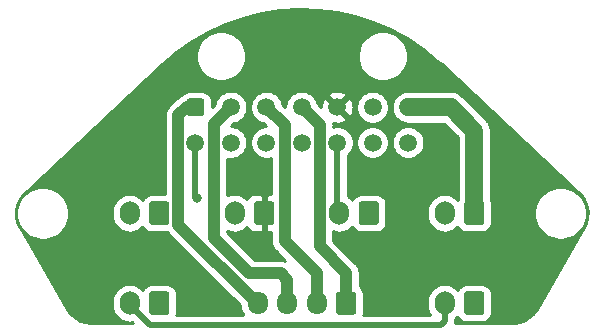
<source format=gbr>
G04 #@! TF.GenerationSoftware,KiCad,Pcbnew,(5.1.5)-3*
G04 #@! TF.CreationDate,2021-06-02T01:16:35-04:00*
G04 #@! TF.ProjectId,Toolhead_PCB,546f6f6c-6865-4616-945f-5043422e6b69,rev?*
G04 #@! TF.SameCoordinates,Original*
G04 #@! TF.FileFunction,Copper,L2,Bot*
G04 #@! TF.FilePolarity,Positive*
%FSLAX46Y46*%
G04 Gerber Fmt 4.6, Leading zero omitted, Abs format (unit mm)*
G04 Created by KiCad (PCBNEW (5.1.5)-3) date 2021-06-02 01:16:35*
%MOMM*%
%LPD*%
G04 APERTURE LIST*
%ADD10O,1.700000X2.000000*%
%ADD11C,0.100000*%
%ADD12C,1.500000*%
%ADD13O,1.700000X1.950000*%
%ADD14C,0.800000*%
%ADD15C,0.500000*%
%ADD16C,1.500000*%
%ADD17C,1.000000*%
%ADD18C,0.254000*%
G04 APERTURE END LIST*
D10*
X85435000Y-100000000D03*
G04 #@! TA.AperFunction,ComponentPad*
D11*
G36*
X88559504Y-99001204D02*
G01*
X88583773Y-99004804D01*
X88607571Y-99010765D01*
X88630671Y-99019030D01*
X88652849Y-99029520D01*
X88673893Y-99042133D01*
X88693598Y-99056747D01*
X88711777Y-99073223D01*
X88728253Y-99091402D01*
X88742867Y-99111107D01*
X88755480Y-99132151D01*
X88765970Y-99154329D01*
X88774235Y-99177429D01*
X88780196Y-99201227D01*
X88783796Y-99225496D01*
X88785000Y-99250000D01*
X88785000Y-100750000D01*
X88783796Y-100774504D01*
X88780196Y-100798773D01*
X88774235Y-100822571D01*
X88765970Y-100845671D01*
X88755480Y-100867849D01*
X88742867Y-100888893D01*
X88728253Y-100908598D01*
X88711777Y-100926777D01*
X88693598Y-100943253D01*
X88673893Y-100957867D01*
X88652849Y-100970480D01*
X88630671Y-100980970D01*
X88607571Y-100989235D01*
X88583773Y-100995196D01*
X88559504Y-100998796D01*
X88535000Y-101000000D01*
X87335000Y-101000000D01*
X87310496Y-100998796D01*
X87286227Y-100995196D01*
X87262429Y-100989235D01*
X87239329Y-100980970D01*
X87217151Y-100970480D01*
X87196107Y-100957867D01*
X87176402Y-100943253D01*
X87158223Y-100926777D01*
X87141747Y-100908598D01*
X87127133Y-100888893D01*
X87114520Y-100867849D01*
X87104030Y-100845671D01*
X87095765Y-100822571D01*
X87089804Y-100798773D01*
X87086204Y-100774504D01*
X87085000Y-100750000D01*
X87085000Y-99250000D01*
X87086204Y-99225496D01*
X87089804Y-99201227D01*
X87095765Y-99177429D01*
X87104030Y-99154329D01*
X87114520Y-99132151D01*
X87127133Y-99111107D01*
X87141747Y-99091402D01*
X87158223Y-99073223D01*
X87176402Y-99056747D01*
X87196107Y-99042133D01*
X87217151Y-99029520D01*
X87239329Y-99019030D01*
X87262429Y-99010765D01*
X87286227Y-99004804D01*
X87310496Y-99001204D01*
X87335000Y-99000000D01*
X88535000Y-99000000D01*
X88559504Y-99001204D01*
G37*
G04 #@! TD.AperFunction*
D10*
X103175000Y-100000000D03*
G04 #@! TA.AperFunction,ComponentPad*
D11*
G36*
X106299504Y-99001204D02*
G01*
X106323773Y-99004804D01*
X106347571Y-99010765D01*
X106370671Y-99019030D01*
X106392849Y-99029520D01*
X106413893Y-99042133D01*
X106433598Y-99056747D01*
X106451777Y-99073223D01*
X106468253Y-99091402D01*
X106482867Y-99111107D01*
X106495480Y-99132151D01*
X106505970Y-99154329D01*
X106514235Y-99177429D01*
X106520196Y-99201227D01*
X106523796Y-99225496D01*
X106525000Y-99250000D01*
X106525000Y-100750000D01*
X106523796Y-100774504D01*
X106520196Y-100798773D01*
X106514235Y-100822571D01*
X106505970Y-100845671D01*
X106495480Y-100867849D01*
X106482867Y-100888893D01*
X106468253Y-100908598D01*
X106451777Y-100926777D01*
X106433598Y-100943253D01*
X106413893Y-100957867D01*
X106392849Y-100970480D01*
X106370671Y-100980970D01*
X106347571Y-100989235D01*
X106323773Y-100995196D01*
X106299504Y-100998796D01*
X106275000Y-101000000D01*
X105075000Y-101000000D01*
X105050496Y-100998796D01*
X105026227Y-100995196D01*
X105002429Y-100989235D01*
X104979329Y-100980970D01*
X104957151Y-100970480D01*
X104936107Y-100957867D01*
X104916402Y-100943253D01*
X104898223Y-100926777D01*
X104881747Y-100908598D01*
X104867133Y-100888893D01*
X104854520Y-100867849D01*
X104844030Y-100845671D01*
X104835765Y-100822571D01*
X104829804Y-100798773D01*
X104826204Y-100774504D01*
X104825000Y-100750000D01*
X104825000Y-99250000D01*
X104826204Y-99225496D01*
X104829804Y-99201227D01*
X104835765Y-99177429D01*
X104844030Y-99154329D01*
X104854520Y-99132151D01*
X104867133Y-99111107D01*
X104881747Y-99091402D01*
X104898223Y-99073223D01*
X104916402Y-99056747D01*
X104936107Y-99042133D01*
X104957151Y-99029520D01*
X104979329Y-99019030D01*
X105002429Y-99010765D01*
X105026227Y-99004804D01*
X105050496Y-99001204D01*
X105075000Y-99000000D01*
X106275000Y-99000000D01*
X106299504Y-99001204D01*
G37*
G04 #@! TD.AperFunction*
D10*
X85435000Y-107620000D03*
G04 #@! TA.AperFunction,ComponentPad*
D11*
G36*
X88559504Y-106621204D02*
G01*
X88583773Y-106624804D01*
X88607571Y-106630765D01*
X88630671Y-106639030D01*
X88652849Y-106649520D01*
X88673893Y-106662133D01*
X88693598Y-106676747D01*
X88711777Y-106693223D01*
X88728253Y-106711402D01*
X88742867Y-106731107D01*
X88755480Y-106752151D01*
X88765970Y-106774329D01*
X88774235Y-106797429D01*
X88780196Y-106821227D01*
X88783796Y-106845496D01*
X88785000Y-106870000D01*
X88785000Y-108370000D01*
X88783796Y-108394504D01*
X88780196Y-108418773D01*
X88774235Y-108442571D01*
X88765970Y-108465671D01*
X88755480Y-108487849D01*
X88742867Y-108508893D01*
X88728253Y-108528598D01*
X88711777Y-108546777D01*
X88693598Y-108563253D01*
X88673893Y-108577867D01*
X88652849Y-108590480D01*
X88630671Y-108600970D01*
X88607571Y-108609235D01*
X88583773Y-108615196D01*
X88559504Y-108618796D01*
X88535000Y-108620000D01*
X87335000Y-108620000D01*
X87310496Y-108618796D01*
X87286227Y-108615196D01*
X87262429Y-108609235D01*
X87239329Y-108600970D01*
X87217151Y-108590480D01*
X87196107Y-108577867D01*
X87176402Y-108563253D01*
X87158223Y-108546777D01*
X87141747Y-108528598D01*
X87127133Y-108508893D01*
X87114520Y-108487849D01*
X87104030Y-108465671D01*
X87095765Y-108442571D01*
X87089804Y-108418773D01*
X87086204Y-108394504D01*
X87085000Y-108370000D01*
X87085000Y-106870000D01*
X87086204Y-106845496D01*
X87089804Y-106821227D01*
X87095765Y-106797429D01*
X87104030Y-106774329D01*
X87114520Y-106752151D01*
X87127133Y-106731107D01*
X87141747Y-106711402D01*
X87158223Y-106693223D01*
X87176402Y-106676747D01*
X87196107Y-106662133D01*
X87217151Y-106649520D01*
X87239329Y-106639030D01*
X87262429Y-106630765D01*
X87286227Y-106624804D01*
X87310496Y-106621204D01*
X87335000Y-106620000D01*
X88535000Y-106620000D01*
X88559504Y-106621204D01*
G37*
G04 #@! TD.AperFunction*
G04 #@! TA.AperFunction,ComponentPad*
G36*
X91524504Y-90281204D02*
G01*
X91548773Y-90284804D01*
X91572571Y-90290765D01*
X91595671Y-90299030D01*
X91617849Y-90309520D01*
X91638893Y-90322133D01*
X91658598Y-90336747D01*
X91676777Y-90353223D01*
X91693253Y-90371402D01*
X91707867Y-90391107D01*
X91720480Y-90412151D01*
X91730970Y-90434329D01*
X91739235Y-90457429D01*
X91745196Y-90481227D01*
X91748796Y-90505496D01*
X91750000Y-90530000D01*
X91750000Y-91530000D01*
X91748796Y-91554504D01*
X91745196Y-91578773D01*
X91739235Y-91602571D01*
X91730970Y-91625671D01*
X91720480Y-91647849D01*
X91707867Y-91668893D01*
X91693253Y-91688598D01*
X91676777Y-91706777D01*
X91658598Y-91723253D01*
X91638893Y-91737867D01*
X91617849Y-91750480D01*
X91595671Y-91760970D01*
X91572571Y-91769235D01*
X91548773Y-91775196D01*
X91524504Y-91778796D01*
X91500000Y-91780000D01*
X90500000Y-91780000D01*
X90475496Y-91778796D01*
X90451227Y-91775196D01*
X90427429Y-91769235D01*
X90404329Y-91760970D01*
X90382151Y-91750480D01*
X90361107Y-91737867D01*
X90341402Y-91723253D01*
X90323223Y-91706777D01*
X90306747Y-91688598D01*
X90292133Y-91668893D01*
X90279520Y-91647849D01*
X90269030Y-91625671D01*
X90260765Y-91602571D01*
X90254804Y-91578773D01*
X90251204Y-91554504D01*
X90250000Y-91530000D01*
X90250000Y-90530000D01*
X90251204Y-90505496D01*
X90254804Y-90481227D01*
X90260765Y-90457429D01*
X90269030Y-90434329D01*
X90279520Y-90412151D01*
X90292133Y-90391107D01*
X90306747Y-90371402D01*
X90323223Y-90353223D01*
X90341402Y-90336747D01*
X90361107Y-90322133D01*
X90382151Y-90309520D01*
X90404329Y-90299030D01*
X90427429Y-90290765D01*
X90451227Y-90284804D01*
X90475496Y-90281204D01*
X90500000Y-90280000D01*
X91500000Y-90280000D01*
X91524504Y-90281204D01*
G37*
G04 #@! TD.AperFunction*
D12*
X94000000Y-91030000D03*
X97000000Y-91030000D03*
X100000000Y-91030000D03*
X103000000Y-91030000D03*
X106000000Y-91030000D03*
X109000000Y-91030000D03*
X91000000Y-94030000D03*
X94000000Y-94030000D03*
X97000000Y-94030000D03*
X100000000Y-94030000D03*
X103000000Y-94030000D03*
X106000000Y-94030000D03*
X109000000Y-94030000D03*
D10*
X112105000Y-107620000D03*
G04 #@! TA.AperFunction,ComponentPad*
D11*
G36*
X115229504Y-106621204D02*
G01*
X115253773Y-106624804D01*
X115277571Y-106630765D01*
X115300671Y-106639030D01*
X115322849Y-106649520D01*
X115343893Y-106662133D01*
X115363598Y-106676747D01*
X115381777Y-106693223D01*
X115398253Y-106711402D01*
X115412867Y-106731107D01*
X115425480Y-106752151D01*
X115435970Y-106774329D01*
X115444235Y-106797429D01*
X115450196Y-106821227D01*
X115453796Y-106845496D01*
X115455000Y-106870000D01*
X115455000Y-108370000D01*
X115453796Y-108394504D01*
X115450196Y-108418773D01*
X115444235Y-108442571D01*
X115435970Y-108465671D01*
X115425480Y-108487849D01*
X115412867Y-108508893D01*
X115398253Y-108528598D01*
X115381777Y-108546777D01*
X115363598Y-108563253D01*
X115343893Y-108577867D01*
X115322849Y-108590480D01*
X115300671Y-108600970D01*
X115277571Y-108609235D01*
X115253773Y-108615196D01*
X115229504Y-108618796D01*
X115205000Y-108620000D01*
X114005000Y-108620000D01*
X113980496Y-108618796D01*
X113956227Y-108615196D01*
X113932429Y-108609235D01*
X113909329Y-108600970D01*
X113887151Y-108590480D01*
X113866107Y-108577867D01*
X113846402Y-108563253D01*
X113828223Y-108546777D01*
X113811747Y-108528598D01*
X113797133Y-108508893D01*
X113784520Y-108487849D01*
X113774030Y-108465671D01*
X113765765Y-108442571D01*
X113759804Y-108418773D01*
X113756204Y-108394504D01*
X113755000Y-108370000D01*
X113755000Y-106870000D01*
X113756204Y-106845496D01*
X113759804Y-106821227D01*
X113765765Y-106797429D01*
X113774030Y-106774329D01*
X113784520Y-106752151D01*
X113797133Y-106731107D01*
X113811747Y-106711402D01*
X113828223Y-106693223D01*
X113846402Y-106676747D01*
X113866107Y-106662133D01*
X113887151Y-106649520D01*
X113909329Y-106639030D01*
X113932429Y-106630765D01*
X113956227Y-106624804D01*
X113980496Y-106621204D01*
X114005000Y-106620000D01*
X115205000Y-106620000D01*
X115229504Y-106621204D01*
G37*
G04 #@! TD.AperFunction*
D10*
X94325000Y-100000000D03*
G04 #@! TA.AperFunction,ComponentPad*
D11*
G36*
X97449504Y-99001204D02*
G01*
X97473773Y-99004804D01*
X97497571Y-99010765D01*
X97520671Y-99019030D01*
X97542849Y-99029520D01*
X97563893Y-99042133D01*
X97583598Y-99056747D01*
X97601777Y-99073223D01*
X97618253Y-99091402D01*
X97632867Y-99111107D01*
X97645480Y-99132151D01*
X97655970Y-99154329D01*
X97664235Y-99177429D01*
X97670196Y-99201227D01*
X97673796Y-99225496D01*
X97675000Y-99250000D01*
X97675000Y-100750000D01*
X97673796Y-100774504D01*
X97670196Y-100798773D01*
X97664235Y-100822571D01*
X97655970Y-100845671D01*
X97645480Y-100867849D01*
X97632867Y-100888893D01*
X97618253Y-100908598D01*
X97601777Y-100926777D01*
X97583598Y-100943253D01*
X97563893Y-100957867D01*
X97542849Y-100970480D01*
X97520671Y-100980970D01*
X97497571Y-100989235D01*
X97473773Y-100995196D01*
X97449504Y-100998796D01*
X97425000Y-101000000D01*
X96225000Y-101000000D01*
X96200496Y-100998796D01*
X96176227Y-100995196D01*
X96152429Y-100989235D01*
X96129329Y-100980970D01*
X96107151Y-100970480D01*
X96086107Y-100957867D01*
X96066402Y-100943253D01*
X96048223Y-100926777D01*
X96031747Y-100908598D01*
X96017133Y-100888893D01*
X96004520Y-100867849D01*
X95994030Y-100845671D01*
X95985765Y-100822571D01*
X95979804Y-100798773D01*
X95976204Y-100774504D01*
X95975000Y-100750000D01*
X95975000Y-99250000D01*
X95976204Y-99225496D01*
X95979804Y-99201227D01*
X95985765Y-99177429D01*
X95994030Y-99154329D01*
X96004520Y-99132151D01*
X96017133Y-99111107D01*
X96031747Y-99091402D01*
X96048223Y-99073223D01*
X96066402Y-99056747D01*
X96086107Y-99042133D01*
X96107151Y-99029520D01*
X96129329Y-99019030D01*
X96152429Y-99010765D01*
X96176227Y-99004804D01*
X96200496Y-99001204D01*
X96225000Y-99000000D01*
X97425000Y-99000000D01*
X97449504Y-99001204D01*
G37*
G04 #@! TD.AperFunction*
D10*
X112105000Y-100000000D03*
G04 #@! TA.AperFunction,ComponentPad*
D11*
G36*
X115229504Y-99001204D02*
G01*
X115253773Y-99004804D01*
X115277571Y-99010765D01*
X115300671Y-99019030D01*
X115322849Y-99029520D01*
X115343893Y-99042133D01*
X115363598Y-99056747D01*
X115381777Y-99073223D01*
X115398253Y-99091402D01*
X115412867Y-99111107D01*
X115425480Y-99132151D01*
X115435970Y-99154329D01*
X115444235Y-99177429D01*
X115450196Y-99201227D01*
X115453796Y-99225496D01*
X115455000Y-99250000D01*
X115455000Y-100750000D01*
X115453796Y-100774504D01*
X115450196Y-100798773D01*
X115444235Y-100822571D01*
X115435970Y-100845671D01*
X115425480Y-100867849D01*
X115412867Y-100888893D01*
X115398253Y-100908598D01*
X115381777Y-100926777D01*
X115363598Y-100943253D01*
X115343893Y-100957867D01*
X115322849Y-100970480D01*
X115300671Y-100980970D01*
X115277571Y-100989235D01*
X115253773Y-100995196D01*
X115229504Y-100998796D01*
X115205000Y-101000000D01*
X114005000Y-101000000D01*
X113980496Y-100998796D01*
X113956227Y-100995196D01*
X113932429Y-100989235D01*
X113909329Y-100980970D01*
X113887151Y-100970480D01*
X113866107Y-100957867D01*
X113846402Y-100943253D01*
X113828223Y-100926777D01*
X113811747Y-100908598D01*
X113797133Y-100888893D01*
X113784520Y-100867849D01*
X113774030Y-100845671D01*
X113765765Y-100822571D01*
X113759804Y-100798773D01*
X113756204Y-100774504D01*
X113755000Y-100750000D01*
X113755000Y-99250000D01*
X113756204Y-99225496D01*
X113759804Y-99201227D01*
X113765765Y-99177429D01*
X113774030Y-99154329D01*
X113784520Y-99132151D01*
X113797133Y-99111107D01*
X113811747Y-99091402D01*
X113828223Y-99073223D01*
X113846402Y-99056747D01*
X113866107Y-99042133D01*
X113887151Y-99029520D01*
X113909329Y-99019030D01*
X113932429Y-99010765D01*
X113956227Y-99004804D01*
X113980496Y-99001204D01*
X114005000Y-99000000D01*
X115205000Y-99000000D01*
X115229504Y-99001204D01*
G37*
G04 #@! TD.AperFunction*
D13*
X96270000Y-107620000D03*
X98770000Y-107620000D03*
X101270000Y-107620000D03*
G04 #@! TA.AperFunction,ComponentPad*
D11*
G36*
X104394504Y-106646204D02*
G01*
X104418773Y-106649804D01*
X104442571Y-106655765D01*
X104465671Y-106664030D01*
X104487849Y-106674520D01*
X104508893Y-106687133D01*
X104528598Y-106701747D01*
X104546777Y-106718223D01*
X104563253Y-106736402D01*
X104577867Y-106756107D01*
X104590480Y-106777151D01*
X104600970Y-106799329D01*
X104609235Y-106822429D01*
X104615196Y-106846227D01*
X104618796Y-106870496D01*
X104620000Y-106895000D01*
X104620000Y-108345000D01*
X104618796Y-108369504D01*
X104615196Y-108393773D01*
X104609235Y-108417571D01*
X104600970Y-108440671D01*
X104590480Y-108462849D01*
X104577867Y-108483893D01*
X104563253Y-108503598D01*
X104546777Y-108521777D01*
X104528598Y-108538253D01*
X104508893Y-108552867D01*
X104487849Y-108565480D01*
X104465671Y-108575970D01*
X104442571Y-108584235D01*
X104418773Y-108590196D01*
X104394504Y-108593796D01*
X104370000Y-108595000D01*
X103170000Y-108595000D01*
X103145496Y-108593796D01*
X103121227Y-108590196D01*
X103097429Y-108584235D01*
X103074329Y-108575970D01*
X103052151Y-108565480D01*
X103031107Y-108552867D01*
X103011402Y-108538253D01*
X102993223Y-108521777D01*
X102976747Y-108503598D01*
X102962133Y-108483893D01*
X102949520Y-108462849D01*
X102939030Y-108440671D01*
X102930765Y-108417571D01*
X102924804Y-108393773D01*
X102921204Y-108369504D01*
X102920000Y-108345000D01*
X102920000Y-106895000D01*
X102921204Y-106870496D01*
X102924804Y-106846227D01*
X102930765Y-106822429D01*
X102939030Y-106799329D01*
X102949520Y-106777151D01*
X102962133Y-106756107D01*
X102976747Y-106736402D01*
X102993223Y-106718223D01*
X103011402Y-106701747D01*
X103031107Y-106687133D01*
X103052151Y-106674520D01*
X103074329Y-106664030D01*
X103097429Y-106655765D01*
X103121227Y-106649804D01*
X103145496Y-106646204D01*
X103170000Y-106645000D01*
X104370000Y-106645000D01*
X104394504Y-106646204D01*
G37*
G04 #@! TD.AperFunction*
D14*
X91110000Y-98730000D03*
D15*
X103000000Y-99825000D02*
X103175000Y-100000000D01*
X103000000Y-94030000D02*
X103000000Y-99825000D01*
X87139990Y-109474990D02*
X111750010Y-109474990D01*
X112105000Y-109120000D02*
X112105000Y-107620000D01*
X111750010Y-109474990D02*
X112105000Y-109120000D01*
X85435000Y-107770000D02*
X87139990Y-109474990D01*
X85435000Y-107620000D02*
X85435000Y-107770000D01*
X91000000Y-94030000D02*
X91000000Y-98620000D01*
X91000000Y-98620000D02*
X91110000Y-98730000D01*
D16*
X109000000Y-91030000D02*
X112620000Y-91030000D01*
X114605000Y-93015000D02*
X114605000Y-100000000D01*
X112620000Y-91030000D02*
X114605000Y-93015000D01*
D17*
X101549999Y-92579999D02*
X101549999Y-102819999D01*
X100000000Y-91030000D02*
X101549999Y-92579999D01*
X103770000Y-105040000D02*
X103770000Y-107620000D01*
X101549999Y-102819999D02*
X103770000Y-105040000D01*
X98549999Y-92579999D02*
X98549999Y-102359999D01*
X97000000Y-91030000D02*
X98549999Y-92579999D01*
X101270000Y-105080000D02*
X101270000Y-107620000D01*
X98549999Y-102359999D02*
X101270000Y-105080000D01*
X92549999Y-92480001D02*
X92549999Y-102074999D01*
X94000000Y-91030000D02*
X92549999Y-92480001D01*
X92549999Y-102074999D02*
X95555000Y-105080000D01*
X98770000Y-105645000D02*
X98770000Y-107620000D01*
X98205000Y-105080000D02*
X98770000Y-105645000D01*
X95555000Y-105080000D02*
X98205000Y-105080000D01*
X96190000Y-107620000D02*
X96270000Y-107620000D01*
X89549999Y-100979999D02*
X96190000Y-107620000D01*
X89549999Y-91730001D02*
X89549999Y-100979999D01*
X91000000Y-91030000D02*
X90250000Y-91030000D01*
X90250000Y-91030000D02*
X89549999Y-91730001D01*
D18*
G36*
X101362178Y-82764505D02*
G01*
X102948422Y-82964020D01*
X104509433Y-83309200D01*
X106031900Y-83797099D01*
X107502771Y-84423536D01*
X108909500Y-85183164D01*
X110240054Y-86069490D01*
X111492061Y-87082221D01*
X111835237Y-87395583D01*
X123461739Y-98306381D01*
X123778793Y-98668307D01*
X124002054Y-99054713D01*
X124146009Y-99477119D01*
X124205176Y-99919444D01*
X124177301Y-100364840D01*
X124062188Y-100801112D01*
X123888290Y-101170822D01*
X119879114Y-108114919D01*
X119599016Y-108506157D01*
X119273703Y-108811645D01*
X118895250Y-109048130D01*
X118478069Y-109206602D01*
X118015906Y-109284771D01*
X117866168Y-109290000D01*
X112977539Y-109290000D01*
X112978296Y-109282307D01*
X112990000Y-109163477D01*
X112990000Y-109163469D01*
X112994281Y-109120000D01*
X112990000Y-109076531D01*
X112990000Y-108964759D01*
X113160134Y-108825134D01*
X113212223Y-108761663D01*
X113266595Y-108863386D01*
X113377038Y-108997962D01*
X113511614Y-109108405D01*
X113665150Y-109190472D01*
X113831746Y-109241008D01*
X114005000Y-109258072D01*
X115205000Y-109258072D01*
X115378254Y-109241008D01*
X115544850Y-109190472D01*
X115698386Y-109108405D01*
X115832962Y-108997962D01*
X115943405Y-108863386D01*
X116025472Y-108709850D01*
X116076008Y-108543254D01*
X116093072Y-108370000D01*
X116093072Y-106870000D01*
X116076008Y-106696746D01*
X116025472Y-106530150D01*
X115943405Y-106376614D01*
X115832962Y-106242038D01*
X115698386Y-106131595D01*
X115544850Y-106049528D01*
X115378254Y-105998992D01*
X115205000Y-105981928D01*
X114005000Y-105981928D01*
X113831746Y-105998992D01*
X113665150Y-106049528D01*
X113511614Y-106131595D01*
X113377038Y-106242038D01*
X113266595Y-106376614D01*
X113212223Y-106478337D01*
X113160134Y-106414866D01*
X112934014Y-106229294D01*
X112676034Y-106091401D01*
X112396111Y-106006487D01*
X112105000Y-105977815D01*
X111813890Y-106006487D01*
X111533967Y-106091401D01*
X111275987Y-106229294D01*
X111049866Y-106414866D01*
X110864294Y-106640986D01*
X110726401Y-106898966D01*
X110641487Y-107178889D01*
X110620000Y-107397050D01*
X110620000Y-107842949D01*
X110641487Y-108061110D01*
X110726401Y-108341033D01*
X110859471Y-108589990D01*
X105219247Y-108589990D01*
X105241008Y-108518254D01*
X105258072Y-108345000D01*
X105258072Y-106895000D01*
X105241008Y-106721746D01*
X105190472Y-106555150D01*
X105108405Y-106401614D01*
X104997962Y-106267038D01*
X104905000Y-106190747D01*
X104905000Y-105095752D01*
X104910491Y-105040000D01*
X104888577Y-104817501D01*
X104823676Y-104603553D01*
X104718284Y-104406377D01*
X104611989Y-104276856D01*
X104611987Y-104276854D01*
X104576449Y-104233551D01*
X104533146Y-104198013D01*
X102684999Y-102349868D01*
X102684999Y-101553180D01*
X102883889Y-101613513D01*
X103175000Y-101642185D01*
X103466110Y-101613513D01*
X103746033Y-101528599D01*
X104004013Y-101390706D01*
X104230134Y-101205134D01*
X104282223Y-101141663D01*
X104336595Y-101243386D01*
X104447038Y-101377962D01*
X104581614Y-101488405D01*
X104735150Y-101570472D01*
X104901746Y-101621008D01*
X105075000Y-101638072D01*
X106275000Y-101638072D01*
X106448254Y-101621008D01*
X106614850Y-101570472D01*
X106768386Y-101488405D01*
X106902962Y-101377962D01*
X107013405Y-101243386D01*
X107095472Y-101089850D01*
X107146008Y-100923254D01*
X107163072Y-100750000D01*
X107163072Y-99250000D01*
X107146008Y-99076746D01*
X107095472Y-98910150D01*
X107013405Y-98756614D01*
X106902962Y-98622038D01*
X106768386Y-98511595D01*
X106614850Y-98429528D01*
X106448254Y-98378992D01*
X106275000Y-98361928D01*
X105075000Y-98361928D01*
X104901746Y-98378992D01*
X104735150Y-98429528D01*
X104581614Y-98511595D01*
X104447038Y-98622038D01*
X104336595Y-98756614D01*
X104282223Y-98858337D01*
X104230134Y-98794866D01*
X104004014Y-98609294D01*
X103885000Y-98545680D01*
X103885000Y-95103685D01*
X104075799Y-94912886D01*
X104227371Y-94686043D01*
X104331775Y-94433989D01*
X104385000Y-94166411D01*
X104385000Y-93893589D01*
X104615000Y-93893589D01*
X104615000Y-94166411D01*
X104668225Y-94433989D01*
X104772629Y-94686043D01*
X104924201Y-94912886D01*
X105117114Y-95105799D01*
X105343957Y-95257371D01*
X105596011Y-95361775D01*
X105863589Y-95415000D01*
X106136411Y-95415000D01*
X106403989Y-95361775D01*
X106656043Y-95257371D01*
X106882886Y-95105799D01*
X107075799Y-94912886D01*
X107227371Y-94686043D01*
X107331775Y-94433989D01*
X107385000Y-94166411D01*
X107385000Y-93893589D01*
X107615000Y-93893589D01*
X107615000Y-94166411D01*
X107668225Y-94433989D01*
X107772629Y-94686043D01*
X107924201Y-94912886D01*
X108117114Y-95105799D01*
X108343957Y-95257371D01*
X108596011Y-95361775D01*
X108863589Y-95415000D01*
X109136411Y-95415000D01*
X109403989Y-95361775D01*
X109656043Y-95257371D01*
X109882886Y-95105799D01*
X110075799Y-94912886D01*
X110227371Y-94686043D01*
X110331775Y-94433989D01*
X110385000Y-94166411D01*
X110385000Y-93893589D01*
X110331775Y-93626011D01*
X110227371Y-93373957D01*
X110075799Y-93147114D01*
X109882886Y-92954201D01*
X109656043Y-92802629D01*
X109403989Y-92698225D01*
X109136411Y-92645000D01*
X108863589Y-92645000D01*
X108596011Y-92698225D01*
X108343957Y-92802629D01*
X108117114Y-92954201D01*
X107924201Y-93147114D01*
X107772629Y-93373957D01*
X107668225Y-93626011D01*
X107615000Y-93893589D01*
X107385000Y-93893589D01*
X107331775Y-93626011D01*
X107227371Y-93373957D01*
X107075799Y-93147114D01*
X106882886Y-92954201D01*
X106656043Y-92802629D01*
X106403989Y-92698225D01*
X106136411Y-92645000D01*
X105863589Y-92645000D01*
X105596011Y-92698225D01*
X105343957Y-92802629D01*
X105117114Y-92954201D01*
X104924201Y-93147114D01*
X104772629Y-93373957D01*
X104668225Y-93626011D01*
X104615000Y-93893589D01*
X104385000Y-93893589D01*
X104331775Y-93626011D01*
X104227371Y-93373957D01*
X104075799Y-93147114D01*
X103882886Y-92954201D01*
X103656043Y-92802629D01*
X103403989Y-92698225D01*
X103136411Y-92645000D01*
X102863589Y-92645000D01*
X102684999Y-92680524D01*
X102684999Y-92635751D01*
X102690490Y-92579999D01*
X102670319Y-92375193D01*
X102799960Y-92407250D01*
X103072492Y-92419812D01*
X103342238Y-92378965D01*
X103598832Y-92286277D01*
X103711863Y-92225860D01*
X103777388Y-91986993D01*
X103000000Y-91209605D01*
X102985858Y-91223748D01*
X102806253Y-91044143D01*
X102820395Y-91030000D01*
X103179605Y-91030000D01*
X103956993Y-91807388D01*
X104195860Y-91741863D01*
X104311760Y-91494884D01*
X104377250Y-91230040D01*
X104389812Y-90957508D01*
X104380133Y-90893589D01*
X104615000Y-90893589D01*
X104615000Y-91166411D01*
X104668225Y-91433989D01*
X104772629Y-91686043D01*
X104924201Y-91912886D01*
X105117114Y-92105799D01*
X105343957Y-92257371D01*
X105596011Y-92361775D01*
X105863589Y-92415000D01*
X106136411Y-92415000D01*
X106403989Y-92361775D01*
X106656043Y-92257371D01*
X106882886Y-92105799D01*
X107075799Y-91912886D01*
X107227371Y-91686043D01*
X107331775Y-91433989D01*
X107385000Y-91166411D01*
X107385000Y-91030000D01*
X107608299Y-91030000D01*
X107615000Y-91098037D01*
X107615000Y-91166411D01*
X107628339Y-91233470D01*
X107635040Y-91301507D01*
X107654886Y-91366932D01*
X107668225Y-91433989D01*
X107694389Y-91497155D01*
X107714236Y-91562581D01*
X107746465Y-91622877D01*
X107772629Y-91686043D01*
X107810613Y-91742890D01*
X107842843Y-91803188D01*
X107886217Y-91856040D01*
X107924201Y-91912886D01*
X107972546Y-91961231D01*
X108015919Y-92014081D01*
X108068769Y-92057454D01*
X108117114Y-92105799D01*
X108173960Y-92143783D01*
X108226812Y-92187157D01*
X108287110Y-92219387D01*
X108343957Y-92257371D01*
X108407123Y-92283535D01*
X108467419Y-92315764D01*
X108532845Y-92335611D01*
X108596011Y-92361775D01*
X108663068Y-92375114D01*
X108728493Y-92394960D01*
X108796530Y-92401661D01*
X108863589Y-92415000D01*
X112046315Y-92415000D01*
X113220000Y-93588686D01*
X113220001Y-98843785D01*
X113212223Y-98858337D01*
X113160134Y-98794866D01*
X112934014Y-98609294D01*
X112676034Y-98471401D01*
X112396111Y-98386487D01*
X112105000Y-98357815D01*
X111813890Y-98386487D01*
X111533967Y-98471401D01*
X111275987Y-98609294D01*
X111049866Y-98794866D01*
X110864294Y-99020986D01*
X110726401Y-99278966D01*
X110641487Y-99558889D01*
X110620000Y-99777050D01*
X110620000Y-100222949D01*
X110641487Y-100441110D01*
X110726401Y-100721033D01*
X110864294Y-100979013D01*
X111049866Y-101205134D01*
X111275986Y-101390706D01*
X111533966Y-101528599D01*
X111813889Y-101613513D01*
X112105000Y-101642185D01*
X112396110Y-101613513D01*
X112676033Y-101528599D01*
X112934013Y-101390706D01*
X113160134Y-101205134D01*
X113212223Y-101141663D01*
X113266595Y-101243386D01*
X113377038Y-101377962D01*
X113511614Y-101488405D01*
X113665150Y-101570472D01*
X113831746Y-101621008D01*
X114005000Y-101638072D01*
X115205000Y-101638072D01*
X115378254Y-101621008D01*
X115544850Y-101570472D01*
X115698386Y-101488405D01*
X115832962Y-101377962D01*
X115943405Y-101243386D01*
X116025472Y-101089850D01*
X116076008Y-100923254D01*
X116093072Y-100750000D01*
X116093072Y-99779872D01*
X119685000Y-99779872D01*
X119685000Y-100220128D01*
X119770890Y-100651925D01*
X119939369Y-101058669D01*
X120183962Y-101424729D01*
X120495271Y-101736038D01*
X120861331Y-101980631D01*
X121268075Y-102149110D01*
X121699872Y-102235000D01*
X122140128Y-102235000D01*
X122571925Y-102149110D01*
X122978669Y-101980631D01*
X123344729Y-101736038D01*
X123656038Y-101424729D01*
X123900631Y-101058669D01*
X124069110Y-100651925D01*
X124155000Y-100220128D01*
X124155000Y-99779872D01*
X124069110Y-99348075D01*
X123900631Y-98941331D01*
X123656038Y-98575271D01*
X123344729Y-98263962D01*
X122978669Y-98019369D01*
X122571925Y-97850890D01*
X122140128Y-97765000D01*
X121699872Y-97765000D01*
X121268075Y-97850890D01*
X120861331Y-98019369D01*
X120495271Y-98263962D01*
X120183962Y-98575271D01*
X119939369Y-98941331D01*
X119770890Y-99348075D01*
X119685000Y-99779872D01*
X116093072Y-99779872D01*
X116093072Y-99250000D01*
X116076008Y-99076746D01*
X116025472Y-98910150D01*
X115990000Y-98843787D01*
X115990000Y-93083029D01*
X115996700Y-93015000D01*
X115990000Y-92946971D01*
X115990000Y-92946963D01*
X115969960Y-92743493D01*
X115940083Y-92645000D01*
X115890764Y-92482419D01*
X115859672Y-92424250D01*
X115762157Y-92241812D01*
X115700306Y-92166447D01*
X115632452Y-92083766D01*
X115632445Y-92083759D01*
X115589080Y-92030919D01*
X115536241Y-91987555D01*
X113647454Y-90098769D01*
X113604081Y-90045919D01*
X113393188Y-89872843D01*
X113152581Y-89744236D01*
X112891507Y-89665040D01*
X112688037Y-89645000D01*
X112688029Y-89645000D01*
X112620000Y-89638300D01*
X112551971Y-89645000D01*
X108863589Y-89645000D01*
X108796530Y-89658339D01*
X108728493Y-89665040D01*
X108663068Y-89684886D01*
X108596011Y-89698225D01*
X108532845Y-89724389D01*
X108467419Y-89744236D01*
X108407123Y-89776465D01*
X108343957Y-89802629D01*
X108287110Y-89840613D01*
X108226812Y-89872843D01*
X108173960Y-89916217D01*
X108117114Y-89954201D01*
X108068769Y-90002546D01*
X108015919Y-90045919D01*
X107972546Y-90098769D01*
X107924201Y-90147114D01*
X107886217Y-90203960D01*
X107842843Y-90256812D01*
X107810613Y-90317110D01*
X107772629Y-90373957D01*
X107746465Y-90437123D01*
X107714236Y-90497419D01*
X107694389Y-90562845D01*
X107668225Y-90626011D01*
X107654886Y-90693068D01*
X107635040Y-90758493D01*
X107628339Y-90826530D01*
X107615000Y-90893589D01*
X107615000Y-90961963D01*
X107608299Y-91030000D01*
X107385000Y-91030000D01*
X107385000Y-90893589D01*
X107331775Y-90626011D01*
X107227371Y-90373957D01*
X107075799Y-90147114D01*
X106882886Y-89954201D01*
X106656043Y-89802629D01*
X106403989Y-89698225D01*
X106136411Y-89645000D01*
X105863589Y-89645000D01*
X105596011Y-89698225D01*
X105343957Y-89802629D01*
X105117114Y-89954201D01*
X104924201Y-90147114D01*
X104772629Y-90373957D01*
X104668225Y-90626011D01*
X104615000Y-90893589D01*
X104380133Y-90893589D01*
X104348965Y-90687762D01*
X104256277Y-90431168D01*
X104195860Y-90318137D01*
X103956993Y-90252612D01*
X103179605Y-91030000D01*
X102820395Y-91030000D01*
X102043007Y-90252612D01*
X101804140Y-90318137D01*
X101688240Y-90565116D01*
X101622750Y-90829960D01*
X101613159Y-91038027D01*
X101364212Y-90789080D01*
X101331775Y-90626011D01*
X101227371Y-90373957D01*
X101075799Y-90147114D01*
X101001692Y-90073007D01*
X102222612Y-90073007D01*
X103000000Y-90850395D01*
X103777388Y-90073007D01*
X103711863Y-89834140D01*
X103464884Y-89718240D01*
X103200040Y-89652750D01*
X102927508Y-89640188D01*
X102657762Y-89681035D01*
X102401168Y-89773723D01*
X102288137Y-89834140D01*
X102222612Y-90073007D01*
X101001692Y-90073007D01*
X100882886Y-89954201D01*
X100656043Y-89802629D01*
X100403989Y-89698225D01*
X100136411Y-89645000D01*
X99863589Y-89645000D01*
X99596011Y-89698225D01*
X99343957Y-89802629D01*
X99117114Y-89954201D01*
X98924201Y-90147114D01*
X98772629Y-90373957D01*
X98668225Y-90626011D01*
X98615000Y-90893589D01*
X98615000Y-91039868D01*
X98364212Y-90789080D01*
X98331775Y-90626011D01*
X98227371Y-90373957D01*
X98075799Y-90147114D01*
X97882886Y-89954201D01*
X97656043Y-89802629D01*
X97403989Y-89698225D01*
X97136411Y-89645000D01*
X96863589Y-89645000D01*
X96596011Y-89698225D01*
X96343957Y-89802629D01*
X96117114Y-89954201D01*
X95924201Y-90147114D01*
X95772629Y-90373957D01*
X95668225Y-90626011D01*
X95615000Y-90893589D01*
X95615000Y-91166411D01*
X95668225Y-91433989D01*
X95772629Y-91686043D01*
X95924201Y-91912886D01*
X96117114Y-92105799D01*
X96343957Y-92257371D01*
X96596011Y-92361775D01*
X96759080Y-92394212D01*
X97009868Y-92645000D01*
X96863589Y-92645000D01*
X96596011Y-92698225D01*
X96343957Y-92802629D01*
X96117114Y-92954201D01*
X95924201Y-93147114D01*
X95772629Y-93373957D01*
X95668225Y-93626011D01*
X95615000Y-93893589D01*
X95615000Y-94166411D01*
X95668225Y-94433989D01*
X95772629Y-94686043D01*
X95924201Y-94912886D01*
X96117114Y-95105799D01*
X96343957Y-95257371D01*
X96596011Y-95361775D01*
X96863589Y-95415000D01*
X97136411Y-95415000D01*
X97403989Y-95361775D01*
X97414999Y-95357214D01*
X97415000Y-98363344D01*
X97110750Y-98365000D01*
X96952000Y-98523750D01*
X96952000Y-99873000D01*
X96972000Y-99873000D01*
X96972000Y-100127000D01*
X96952000Y-100127000D01*
X96952000Y-101476250D01*
X97110750Y-101635000D01*
X97415000Y-101636656D01*
X97415000Y-102304238D01*
X97409508Y-102359999D01*
X97431422Y-102582497D01*
X97496323Y-102796445D01*
X97496324Y-102796446D01*
X97601716Y-102993622D01*
X97743551Y-103166448D01*
X97786859Y-103201990D01*
X98598019Y-104013150D01*
X98427499Y-103961423D01*
X98260752Y-103945000D01*
X98260751Y-103945000D01*
X98205000Y-103939509D01*
X98149249Y-103945000D01*
X96025132Y-103945000D01*
X93684999Y-101604868D01*
X93684999Y-101491735D01*
X93753966Y-101528599D01*
X94033889Y-101613513D01*
X94325000Y-101642185D01*
X94616110Y-101613513D01*
X94896033Y-101528599D01*
X95154013Y-101390706D01*
X95374945Y-101209392D01*
X95385498Y-101244180D01*
X95444463Y-101354494D01*
X95523815Y-101451185D01*
X95620506Y-101530537D01*
X95730820Y-101589502D01*
X95850518Y-101625812D01*
X95975000Y-101638072D01*
X96539250Y-101635000D01*
X96698000Y-101476250D01*
X96698000Y-100127000D01*
X96678000Y-100127000D01*
X96678000Y-99873000D01*
X96698000Y-99873000D01*
X96698000Y-98523750D01*
X96539250Y-98365000D01*
X95975000Y-98361928D01*
X95850518Y-98374188D01*
X95730820Y-98410498D01*
X95620506Y-98469463D01*
X95523815Y-98548815D01*
X95444463Y-98645506D01*
X95385498Y-98755820D01*
X95374945Y-98790608D01*
X95154014Y-98609294D01*
X94896034Y-98471401D01*
X94616111Y-98386487D01*
X94325000Y-98357815D01*
X94033890Y-98386487D01*
X93753967Y-98471401D01*
X93684999Y-98508265D01*
X93684999Y-95379476D01*
X93863589Y-95415000D01*
X94136411Y-95415000D01*
X94403989Y-95361775D01*
X94656043Y-95257371D01*
X94882886Y-95105799D01*
X95075799Y-94912886D01*
X95227371Y-94686043D01*
X95331775Y-94433989D01*
X95385000Y-94166411D01*
X95385000Y-93893589D01*
X95331775Y-93626011D01*
X95227371Y-93373957D01*
X95075799Y-93147114D01*
X94882886Y-92954201D01*
X94656043Y-92802629D01*
X94403989Y-92698225D01*
X94136411Y-92645000D01*
X93990131Y-92645000D01*
X94240920Y-92394212D01*
X94403989Y-92361775D01*
X94656043Y-92257371D01*
X94882886Y-92105799D01*
X95075799Y-91912886D01*
X95227371Y-91686043D01*
X95331775Y-91433989D01*
X95385000Y-91166411D01*
X95385000Y-90893589D01*
X95331775Y-90626011D01*
X95227371Y-90373957D01*
X95075799Y-90147114D01*
X94882886Y-89954201D01*
X94656043Y-89802629D01*
X94403989Y-89698225D01*
X94136411Y-89645000D01*
X93863589Y-89645000D01*
X93596011Y-89698225D01*
X93343957Y-89802629D01*
X93117114Y-89954201D01*
X92924201Y-90147114D01*
X92772629Y-90373957D01*
X92668225Y-90626011D01*
X92635788Y-90789080D01*
X92388072Y-91036797D01*
X92388072Y-90530000D01*
X92371008Y-90356746D01*
X92320472Y-90190150D01*
X92238405Y-90036614D01*
X92127962Y-89902038D01*
X91993386Y-89791595D01*
X91839850Y-89709528D01*
X91673254Y-89658992D01*
X91500000Y-89641928D01*
X90500000Y-89641928D01*
X90326746Y-89658992D01*
X90160150Y-89709528D01*
X90006614Y-89791595D01*
X89872038Y-89902038D01*
X89809136Y-89978685D01*
X89616377Y-90081716D01*
X89443551Y-90223551D01*
X89408004Y-90266865D01*
X88786864Y-90888005D01*
X88743550Y-90923552D01*
X88601715Y-91096378D01*
X88518268Y-91252498D01*
X88496323Y-91293555D01*
X88431422Y-91507503D01*
X88409508Y-91730001D01*
X88414999Y-91785753D01*
X88415000Y-98361928D01*
X87335000Y-98361928D01*
X87161746Y-98378992D01*
X86995150Y-98429528D01*
X86841614Y-98511595D01*
X86707038Y-98622038D01*
X86596595Y-98756614D01*
X86542223Y-98858337D01*
X86490134Y-98794866D01*
X86264014Y-98609294D01*
X86006034Y-98471401D01*
X85726111Y-98386487D01*
X85435000Y-98357815D01*
X85143890Y-98386487D01*
X84863967Y-98471401D01*
X84605987Y-98609294D01*
X84379866Y-98794866D01*
X84194294Y-99020986D01*
X84056401Y-99278966D01*
X83971487Y-99558889D01*
X83950000Y-99777050D01*
X83950000Y-100222949D01*
X83971487Y-100441110D01*
X84056401Y-100721033D01*
X84194294Y-100979013D01*
X84379866Y-101205134D01*
X84605986Y-101390706D01*
X84863966Y-101528599D01*
X85143889Y-101613513D01*
X85435000Y-101642185D01*
X85726110Y-101613513D01*
X86006033Y-101528599D01*
X86264013Y-101390706D01*
X86490134Y-101205134D01*
X86542223Y-101141663D01*
X86596595Y-101243386D01*
X86707038Y-101377962D01*
X86841614Y-101488405D01*
X86995150Y-101570472D01*
X87161746Y-101621008D01*
X87335000Y-101638072D01*
X88535000Y-101638072D01*
X88615292Y-101630164D01*
X88743551Y-101786448D01*
X88786859Y-101821990D01*
X94785238Y-107820370D01*
X94806487Y-108036110D01*
X94891401Y-108316033D01*
X95029294Y-108574013D01*
X95042406Y-108589990D01*
X89391831Y-108589990D01*
X89406008Y-108543254D01*
X89423072Y-108370000D01*
X89423072Y-106870000D01*
X89406008Y-106696746D01*
X89355472Y-106530150D01*
X89273405Y-106376614D01*
X89162962Y-106242038D01*
X89028386Y-106131595D01*
X88874850Y-106049528D01*
X88708254Y-105998992D01*
X88535000Y-105981928D01*
X87335000Y-105981928D01*
X87161746Y-105998992D01*
X86995150Y-106049528D01*
X86841614Y-106131595D01*
X86707038Y-106242038D01*
X86596595Y-106376614D01*
X86542223Y-106478337D01*
X86490134Y-106414866D01*
X86264014Y-106229294D01*
X86006034Y-106091401D01*
X85726111Y-106006487D01*
X85435000Y-105977815D01*
X85143890Y-106006487D01*
X84863967Y-106091401D01*
X84605987Y-106229294D01*
X84379866Y-106414866D01*
X84194294Y-106640986D01*
X84056401Y-106898966D01*
X83971487Y-107178889D01*
X83950000Y-107397050D01*
X83950000Y-107842949D01*
X83971487Y-108061110D01*
X84056401Y-108341033D01*
X84194294Y-108599013D01*
X84379866Y-108825134D01*
X84605986Y-109010706D01*
X84863966Y-109148599D01*
X85143889Y-109233513D01*
X85435000Y-109262185D01*
X85654033Y-109240612D01*
X85703421Y-109290000D01*
X82156172Y-109290000D01*
X81677318Y-109243048D01*
X81250098Y-109114063D01*
X80856067Y-108904554D01*
X80510237Y-108622501D01*
X80211463Y-108261346D01*
X80132055Y-108134265D01*
X76114164Y-101175075D01*
X75915395Y-100736890D01*
X75813490Y-100302416D01*
X75797916Y-99856427D01*
X75810315Y-99779872D01*
X75845000Y-99779872D01*
X75845000Y-100220128D01*
X75930890Y-100651925D01*
X76099369Y-101058669D01*
X76343962Y-101424729D01*
X76655271Y-101736038D01*
X77021331Y-101980631D01*
X77428075Y-102149110D01*
X77859872Y-102235000D01*
X78300128Y-102235000D01*
X78731925Y-102149110D01*
X79138669Y-101980631D01*
X79504729Y-101736038D01*
X79816038Y-101424729D01*
X80060631Y-101058669D01*
X80229110Y-100651925D01*
X80315000Y-100220128D01*
X80315000Y-99779872D01*
X80229110Y-99348075D01*
X80060631Y-98941331D01*
X79816038Y-98575271D01*
X79504729Y-98263962D01*
X79138669Y-98019369D01*
X78731925Y-97850890D01*
X78300128Y-97765000D01*
X77859872Y-97765000D01*
X77428075Y-97850890D01*
X77021331Y-98019369D01*
X76655271Y-98263962D01*
X76343962Y-98575271D01*
X76099369Y-98941331D01*
X75930890Y-99348075D01*
X75845000Y-99779872D01*
X75810315Y-99779872D01*
X75869266Y-99415896D01*
X76024820Y-98997623D01*
X76261246Y-98613319D01*
X76534685Y-98309734D01*
X88156350Y-87403478D01*
X89213351Y-86499721D01*
X91025000Y-86499721D01*
X91025000Y-86920279D01*
X91107047Y-87332756D01*
X91267988Y-87721302D01*
X91501637Y-88070983D01*
X91799017Y-88368363D01*
X92148698Y-88602012D01*
X92537244Y-88762953D01*
X92949721Y-88845000D01*
X93370279Y-88845000D01*
X93782756Y-88762953D01*
X94171302Y-88602012D01*
X94520983Y-88368363D01*
X94818363Y-88070983D01*
X95052012Y-87721302D01*
X95212953Y-87332756D01*
X95295000Y-86920279D01*
X95295000Y-86499721D01*
X104725000Y-86499721D01*
X104725000Y-86920279D01*
X104807047Y-87332756D01*
X104967988Y-87721302D01*
X105201637Y-88070983D01*
X105499017Y-88368363D01*
X105848698Y-88602012D01*
X106237244Y-88762953D01*
X106649721Y-88845000D01*
X107070279Y-88845000D01*
X107482756Y-88762953D01*
X107871302Y-88602012D01*
X108220983Y-88368363D01*
X108518363Y-88070983D01*
X108752012Y-87721302D01*
X108912953Y-87332756D01*
X108995000Y-86920279D01*
X108995000Y-86499721D01*
X108912953Y-86087244D01*
X108752012Y-85698698D01*
X108518363Y-85349017D01*
X108220983Y-85051637D01*
X107871302Y-84817988D01*
X107482756Y-84657047D01*
X107070279Y-84575000D01*
X106649721Y-84575000D01*
X106237244Y-84657047D01*
X105848698Y-84817988D01*
X105499017Y-85051637D01*
X105201637Y-85349017D01*
X104967988Y-85698698D01*
X104807047Y-86087244D01*
X104725000Y-86499721D01*
X95295000Y-86499721D01*
X95212953Y-86087244D01*
X95052012Y-85698698D01*
X94818363Y-85349017D01*
X94520983Y-85051637D01*
X94171302Y-84817988D01*
X93782756Y-84657047D01*
X93370279Y-84575000D01*
X92949721Y-84575000D01*
X92537244Y-84657047D01*
X92148698Y-84817988D01*
X91799017Y-85051637D01*
X91501637Y-85349017D01*
X91267988Y-85698698D01*
X91107047Y-86087244D01*
X91025000Y-86499721D01*
X89213351Y-86499721D01*
X89383974Y-86353835D01*
X90689870Y-85431565D01*
X92075370Y-84633867D01*
X93528624Y-83967561D01*
X95037218Y-83438339D01*
X96588252Y-83050729D01*
X98168448Y-82808047D01*
X99764309Y-82712367D01*
X101362178Y-82764505D01*
G37*
X101362178Y-82764505D02*
X102948422Y-82964020D01*
X104509433Y-83309200D01*
X106031900Y-83797099D01*
X107502771Y-84423536D01*
X108909500Y-85183164D01*
X110240054Y-86069490D01*
X111492061Y-87082221D01*
X111835237Y-87395583D01*
X123461739Y-98306381D01*
X123778793Y-98668307D01*
X124002054Y-99054713D01*
X124146009Y-99477119D01*
X124205176Y-99919444D01*
X124177301Y-100364840D01*
X124062188Y-100801112D01*
X123888290Y-101170822D01*
X119879114Y-108114919D01*
X119599016Y-108506157D01*
X119273703Y-108811645D01*
X118895250Y-109048130D01*
X118478069Y-109206602D01*
X118015906Y-109284771D01*
X117866168Y-109290000D01*
X112977539Y-109290000D01*
X112978296Y-109282307D01*
X112990000Y-109163477D01*
X112990000Y-109163469D01*
X112994281Y-109120000D01*
X112990000Y-109076531D01*
X112990000Y-108964759D01*
X113160134Y-108825134D01*
X113212223Y-108761663D01*
X113266595Y-108863386D01*
X113377038Y-108997962D01*
X113511614Y-109108405D01*
X113665150Y-109190472D01*
X113831746Y-109241008D01*
X114005000Y-109258072D01*
X115205000Y-109258072D01*
X115378254Y-109241008D01*
X115544850Y-109190472D01*
X115698386Y-109108405D01*
X115832962Y-108997962D01*
X115943405Y-108863386D01*
X116025472Y-108709850D01*
X116076008Y-108543254D01*
X116093072Y-108370000D01*
X116093072Y-106870000D01*
X116076008Y-106696746D01*
X116025472Y-106530150D01*
X115943405Y-106376614D01*
X115832962Y-106242038D01*
X115698386Y-106131595D01*
X115544850Y-106049528D01*
X115378254Y-105998992D01*
X115205000Y-105981928D01*
X114005000Y-105981928D01*
X113831746Y-105998992D01*
X113665150Y-106049528D01*
X113511614Y-106131595D01*
X113377038Y-106242038D01*
X113266595Y-106376614D01*
X113212223Y-106478337D01*
X113160134Y-106414866D01*
X112934014Y-106229294D01*
X112676034Y-106091401D01*
X112396111Y-106006487D01*
X112105000Y-105977815D01*
X111813890Y-106006487D01*
X111533967Y-106091401D01*
X111275987Y-106229294D01*
X111049866Y-106414866D01*
X110864294Y-106640986D01*
X110726401Y-106898966D01*
X110641487Y-107178889D01*
X110620000Y-107397050D01*
X110620000Y-107842949D01*
X110641487Y-108061110D01*
X110726401Y-108341033D01*
X110859471Y-108589990D01*
X105219247Y-108589990D01*
X105241008Y-108518254D01*
X105258072Y-108345000D01*
X105258072Y-106895000D01*
X105241008Y-106721746D01*
X105190472Y-106555150D01*
X105108405Y-106401614D01*
X104997962Y-106267038D01*
X104905000Y-106190747D01*
X104905000Y-105095752D01*
X104910491Y-105040000D01*
X104888577Y-104817501D01*
X104823676Y-104603553D01*
X104718284Y-104406377D01*
X104611989Y-104276856D01*
X104611987Y-104276854D01*
X104576449Y-104233551D01*
X104533146Y-104198013D01*
X102684999Y-102349868D01*
X102684999Y-101553180D01*
X102883889Y-101613513D01*
X103175000Y-101642185D01*
X103466110Y-101613513D01*
X103746033Y-101528599D01*
X104004013Y-101390706D01*
X104230134Y-101205134D01*
X104282223Y-101141663D01*
X104336595Y-101243386D01*
X104447038Y-101377962D01*
X104581614Y-101488405D01*
X104735150Y-101570472D01*
X104901746Y-101621008D01*
X105075000Y-101638072D01*
X106275000Y-101638072D01*
X106448254Y-101621008D01*
X106614850Y-101570472D01*
X106768386Y-101488405D01*
X106902962Y-101377962D01*
X107013405Y-101243386D01*
X107095472Y-101089850D01*
X107146008Y-100923254D01*
X107163072Y-100750000D01*
X107163072Y-99250000D01*
X107146008Y-99076746D01*
X107095472Y-98910150D01*
X107013405Y-98756614D01*
X106902962Y-98622038D01*
X106768386Y-98511595D01*
X106614850Y-98429528D01*
X106448254Y-98378992D01*
X106275000Y-98361928D01*
X105075000Y-98361928D01*
X104901746Y-98378992D01*
X104735150Y-98429528D01*
X104581614Y-98511595D01*
X104447038Y-98622038D01*
X104336595Y-98756614D01*
X104282223Y-98858337D01*
X104230134Y-98794866D01*
X104004014Y-98609294D01*
X103885000Y-98545680D01*
X103885000Y-95103685D01*
X104075799Y-94912886D01*
X104227371Y-94686043D01*
X104331775Y-94433989D01*
X104385000Y-94166411D01*
X104385000Y-93893589D01*
X104615000Y-93893589D01*
X104615000Y-94166411D01*
X104668225Y-94433989D01*
X104772629Y-94686043D01*
X104924201Y-94912886D01*
X105117114Y-95105799D01*
X105343957Y-95257371D01*
X105596011Y-95361775D01*
X105863589Y-95415000D01*
X106136411Y-95415000D01*
X106403989Y-95361775D01*
X106656043Y-95257371D01*
X106882886Y-95105799D01*
X107075799Y-94912886D01*
X107227371Y-94686043D01*
X107331775Y-94433989D01*
X107385000Y-94166411D01*
X107385000Y-93893589D01*
X107615000Y-93893589D01*
X107615000Y-94166411D01*
X107668225Y-94433989D01*
X107772629Y-94686043D01*
X107924201Y-94912886D01*
X108117114Y-95105799D01*
X108343957Y-95257371D01*
X108596011Y-95361775D01*
X108863589Y-95415000D01*
X109136411Y-95415000D01*
X109403989Y-95361775D01*
X109656043Y-95257371D01*
X109882886Y-95105799D01*
X110075799Y-94912886D01*
X110227371Y-94686043D01*
X110331775Y-94433989D01*
X110385000Y-94166411D01*
X110385000Y-93893589D01*
X110331775Y-93626011D01*
X110227371Y-93373957D01*
X110075799Y-93147114D01*
X109882886Y-92954201D01*
X109656043Y-92802629D01*
X109403989Y-92698225D01*
X109136411Y-92645000D01*
X108863589Y-92645000D01*
X108596011Y-92698225D01*
X108343957Y-92802629D01*
X108117114Y-92954201D01*
X107924201Y-93147114D01*
X107772629Y-93373957D01*
X107668225Y-93626011D01*
X107615000Y-93893589D01*
X107385000Y-93893589D01*
X107331775Y-93626011D01*
X107227371Y-93373957D01*
X107075799Y-93147114D01*
X106882886Y-92954201D01*
X106656043Y-92802629D01*
X106403989Y-92698225D01*
X106136411Y-92645000D01*
X105863589Y-92645000D01*
X105596011Y-92698225D01*
X105343957Y-92802629D01*
X105117114Y-92954201D01*
X104924201Y-93147114D01*
X104772629Y-93373957D01*
X104668225Y-93626011D01*
X104615000Y-93893589D01*
X104385000Y-93893589D01*
X104331775Y-93626011D01*
X104227371Y-93373957D01*
X104075799Y-93147114D01*
X103882886Y-92954201D01*
X103656043Y-92802629D01*
X103403989Y-92698225D01*
X103136411Y-92645000D01*
X102863589Y-92645000D01*
X102684999Y-92680524D01*
X102684999Y-92635751D01*
X102690490Y-92579999D01*
X102670319Y-92375193D01*
X102799960Y-92407250D01*
X103072492Y-92419812D01*
X103342238Y-92378965D01*
X103598832Y-92286277D01*
X103711863Y-92225860D01*
X103777388Y-91986993D01*
X103000000Y-91209605D01*
X102985858Y-91223748D01*
X102806253Y-91044143D01*
X102820395Y-91030000D01*
X103179605Y-91030000D01*
X103956993Y-91807388D01*
X104195860Y-91741863D01*
X104311760Y-91494884D01*
X104377250Y-91230040D01*
X104389812Y-90957508D01*
X104380133Y-90893589D01*
X104615000Y-90893589D01*
X104615000Y-91166411D01*
X104668225Y-91433989D01*
X104772629Y-91686043D01*
X104924201Y-91912886D01*
X105117114Y-92105799D01*
X105343957Y-92257371D01*
X105596011Y-92361775D01*
X105863589Y-92415000D01*
X106136411Y-92415000D01*
X106403989Y-92361775D01*
X106656043Y-92257371D01*
X106882886Y-92105799D01*
X107075799Y-91912886D01*
X107227371Y-91686043D01*
X107331775Y-91433989D01*
X107385000Y-91166411D01*
X107385000Y-91030000D01*
X107608299Y-91030000D01*
X107615000Y-91098037D01*
X107615000Y-91166411D01*
X107628339Y-91233470D01*
X107635040Y-91301507D01*
X107654886Y-91366932D01*
X107668225Y-91433989D01*
X107694389Y-91497155D01*
X107714236Y-91562581D01*
X107746465Y-91622877D01*
X107772629Y-91686043D01*
X107810613Y-91742890D01*
X107842843Y-91803188D01*
X107886217Y-91856040D01*
X107924201Y-91912886D01*
X107972546Y-91961231D01*
X108015919Y-92014081D01*
X108068769Y-92057454D01*
X108117114Y-92105799D01*
X108173960Y-92143783D01*
X108226812Y-92187157D01*
X108287110Y-92219387D01*
X108343957Y-92257371D01*
X108407123Y-92283535D01*
X108467419Y-92315764D01*
X108532845Y-92335611D01*
X108596011Y-92361775D01*
X108663068Y-92375114D01*
X108728493Y-92394960D01*
X108796530Y-92401661D01*
X108863589Y-92415000D01*
X112046315Y-92415000D01*
X113220000Y-93588686D01*
X113220001Y-98843785D01*
X113212223Y-98858337D01*
X113160134Y-98794866D01*
X112934014Y-98609294D01*
X112676034Y-98471401D01*
X112396111Y-98386487D01*
X112105000Y-98357815D01*
X111813890Y-98386487D01*
X111533967Y-98471401D01*
X111275987Y-98609294D01*
X111049866Y-98794866D01*
X110864294Y-99020986D01*
X110726401Y-99278966D01*
X110641487Y-99558889D01*
X110620000Y-99777050D01*
X110620000Y-100222949D01*
X110641487Y-100441110D01*
X110726401Y-100721033D01*
X110864294Y-100979013D01*
X111049866Y-101205134D01*
X111275986Y-101390706D01*
X111533966Y-101528599D01*
X111813889Y-101613513D01*
X112105000Y-101642185D01*
X112396110Y-101613513D01*
X112676033Y-101528599D01*
X112934013Y-101390706D01*
X113160134Y-101205134D01*
X113212223Y-101141663D01*
X113266595Y-101243386D01*
X113377038Y-101377962D01*
X113511614Y-101488405D01*
X113665150Y-101570472D01*
X113831746Y-101621008D01*
X114005000Y-101638072D01*
X115205000Y-101638072D01*
X115378254Y-101621008D01*
X115544850Y-101570472D01*
X115698386Y-101488405D01*
X115832962Y-101377962D01*
X115943405Y-101243386D01*
X116025472Y-101089850D01*
X116076008Y-100923254D01*
X116093072Y-100750000D01*
X116093072Y-99779872D01*
X119685000Y-99779872D01*
X119685000Y-100220128D01*
X119770890Y-100651925D01*
X119939369Y-101058669D01*
X120183962Y-101424729D01*
X120495271Y-101736038D01*
X120861331Y-101980631D01*
X121268075Y-102149110D01*
X121699872Y-102235000D01*
X122140128Y-102235000D01*
X122571925Y-102149110D01*
X122978669Y-101980631D01*
X123344729Y-101736038D01*
X123656038Y-101424729D01*
X123900631Y-101058669D01*
X124069110Y-100651925D01*
X124155000Y-100220128D01*
X124155000Y-99779872D01*
X124069110Y-99348075D01*
X123900631Y-98941331D01*
X123656038Y-98575271D01*
X123344729Y-98263962D01*
X122978669Y-98019369D01*
X122571925Y-97850890D01*
X122140128Y-97765000D01*
X121699872Y-97765000D01*
X121268075Y-97850890D01*
X120861331Y-98019369D01*
X120495271Y-98263962D01*
X120183962Y-98575271D01*
X119939369Y-98941331D01*
X119770890Y-99348075D01*
X119685000Y-99779872D01*
X116093072Y-99779872D01*
X116093072Y-99250000D01*
X116076008Y-99076746D01*
X116025472Y-98910150D01*
X115990000Y-98843787D01*
X115990000Y-93083029D01*
X115996700Y-93015000D01*
X115990000Y-92946971D01*
X115990000Y-92946963D01*
X115969960Y-92743493D01*
X115940083Y-92645000D01*
X115890764Y-92482419D01*
X115859672Y-92424250D01*
X115762157Y-92241812D01*
X115700306Y-92166447D01*
X115632452Y-92083766D01*
X115632445Y-92083759D01*
X115589080Y-92030919D01*
X115536241Y-91987555D01*
X113647454Y-90098769D01*
X113604081Y-90045919D01*
X113393188Y-89872843D01*
X113152581Y-89744236D01*
X112891507Y-89665040D01*
X112688037Y-89645000D01*
X112688029Y-89645000D01*
X112620000Y-89638300D01*
X112551971Y-89645000D01*
X108863589Y-89645000D01*
X108796530Y-89658339D01*
X108728493Y-89665040D01*
X108663068Y-89684886D01*
X108596011Y-89698225D01*
X108532845Y-89724389D01*
X108467419Y-89744236D01*
X108407123Y-89776465D01*
X108343957Y-89802629D01*
X108287110Y-89840613D01*
X108226812Y-89872843D01*
X108173960Y-89916217D01*
X108117114Y-89954201D01*
X108068769Y-90002546D01*
X108015919Y-90045919D01*
X107972546Y-90098769D01*
X107924201Y-90147114D01*
X107886217Y-90203960D01*
X107842843Y-90256812D01*
X107810613Y-90317110D01*
X107772629Y-90373957D01*
X107746465Y-90437123D01*
X107714236Y-90497419D01*
X107694389Y-90562845D01*
X107668225Y-90626011D01*
X107654886Y-90693068D01*
X107635040Y-90758493D01*
X107628339Y-90826530D01*
X107615000Y-90893589D01*
X107615000Y-90961963D01*
X107608299Y-91030000D01*
X107385000Y-91030000D01*
X107385000Y-90893589D01*
X107331775Y-90626011D01*
X107227371Y-90373957D01*
X107075799Y-90147114D01*
X106882886Y-89954201D01*
X106656043Y-89802629D01*
X106403989Y-89698225D01*
X106136411Y-89645000D01*
X105863589Y-89645000D01*
X105596011Y-89698225D01*
X105343957Y-89802629D01*
X105117114Y-89954201D01*
X104924201Y-90147114D01*
X104772629Y-90373957D01*
X104668225Y-90626011D01*
X104615000Y-90893589D01*
X104380133Y-90893589D01*
X104348965Y-90687762D01*
X104256277Y-90431168D01*
X104195860Y-90318137D01*
X103956993Y-90252612D01*
X103179605Y-91030000D01*
X102820395Y-91030000D01*
X102043007Y-90252612D01*
X101804140Y-90318137D01*
X101688240Y-90565116D01*
X101622750Y-90829960D01*
X101613159Y-91038027D01*
X101364212Y-90789080D01*
X101331775Y-90626011D01*
X101227371Y-90373957D01*
X101075799Y-90147114D01*
X101001692Y-90073007D01*
X102222612Y-90073007D01*
X103000000Y-90850395D01*
X103777388Y-90073007D01*
X103711863Y-89834140D01*
X103464884Y-89718240D01*
X103200040Y-89652750D01*
X102927508Y-89640188D01*
X102657762Y-89681035D01*
X102401168Y-89773723D01*
X102288137Y-89834140D01*
X102222612Y-90073007D01*
X101001692Y-90073007D01*
X100882886Y-89954201D01*
X100656043Y-89802629D01*
X100403989Y-89698225D01*
X100136411Y-89645000D01*
X99863589Y-89645000D01*
X99596011Y-89698225D01*
X99343957Y-89802629D01*
X99117114Y-89954201D01*
X98924201Y-90147114D01*
X98772629Y-90373957D01*
X98668225Y-90626011D01*
X98615000Y-90893589D01*
X98615000Y-91039868D01*
X98364212Y-90789080D01*
X98331775Y-90626011D01*
X98227371Y-90373957D01*
X98075799Y-90147114D01*
X97882886Y-89954201D01*
X97656043Y-89802629D01*
X97403989Y-89698225D01*
X97136411Y-89645000D01*
X96863589Y-89645000D01*
X96596011Y-89698225D01*
X96343957Y-89802629D01*
X96117114Y-89954201D01*
X95924201Y-90147114D01*
X95772629Y-90373957D01*
X95668225Y-90626011D01*
X95615000Y-90893589D01*
X95615000Y-91166411D01*
X95668225Y-91433989D01*
X95772629Y-91686043D01*
X95924201Y-91912886D01*
X96117114Y-92105799D01*
X96343957Y-92257371D01*
X96596011Y-92361775D01*
X96759080Y-92394212D01*
X97009868Y-92645000D01*
X96863589Y-92645000D01*
X96596011Y-92698225D01*
X96343957Y-92802629D01*
X96117114Y-92954201D01*
X95924201Y-93147114D01*
X95772629Y-93373957D01*
X95668225Y-93626011D01*
X95615000Y-93893589D01*
X95615000Y-94166411D01*
X95668225Y-94433989D01*
X95772629Y-94686043D01*
X95924201Y-94912886D01*
X96117114Y-95105799D01*
X96343957Y-95257371D01*
X96596011Y-95361775D01*
X96863589Y-95415000D01*
X97136411Y-95415000D01*
X97403989Y-95361775D01*
X97414999Y-95357214D01*
X97415000Y-98363344D01*
X97110750Y-98365000D01*
X96952000Y-98523750D01*
X96952000Y-99873000D01*
X96972000Y-99873000D01*
X96972000Y-100127000D01*
X96952000Y-100127000D01*
X96952000Y-101476250D01*
X97110750Y-101635000D01*
X97415000Y-101636656D01*
X97415000Y-102304238D01*
X97409508Y-102359999D01*
X97431422Y-102582497D01*
X97496323Y-102796445D01*
X97496324Y-102796446D01*
X97601716Y-102993622D01*
X97743551Y-103166448D01*
X97786859Y-103201990D01*
X98598019Y-104013150D01*
X98427499Y-103961423D01*
X98260752Y-103945000D01*
X98260751Y-103945000D01*
X98205000Y-103939509D01*
X98149249Y-103945000D01*
X96025132Y-103945000D01*
X93684999Y-101604868D01*
X93684999Y-101491735D01*
X93753966Y-101528599D01*
X94033889Y-101613513D01*
X94325000Y-101642185D01*
X94616110Y-101613513D01*
X94896033Y-101528599D01*
X95154013Y-101390706D01*
X95374945Y-101209392D01*
X95385498Y-101244180D01*
X95444463Y-101354494D01*
X95523815Y-101451185D01*
X95620506Y-101530537D01*
X95730820Y-101589502D01*
X95850518Y-101625812D01*
X95975000Y-101638072D01*
X96539250Y-101635000D01*
X96698000Y-101476250D01*
X96698000Y-100127000D01*
X96678000Y-100127000D01*
X96678000Y-99873000D01*
X96698000Y-99873000D01*
X96698000Y-98523750D01*
X96539250Y-98365000D01*
X95975000Y-98361928D01*
X95850518Y-98374188D01*
X95730820Y-98410498D01*
X95620506Y-98469463D01*
X95523815Y-98548815D01*
X95444463Y-98645506D01*
X95385498Y-98755820D01*
X95374945Y-98790608D01*
X95154014Y-98609294D01*
X94896034Y-98471401D01*
X94616111Y-98386487D01*
X94325000Y-98357815D01*
X94033890Y-98386487D01*
X93753967Y-98471401D01*
X93684999Y-98508265D01*
X93684999Y-95379476D01*
X93863589Y-95415000D01*
X94136411Y-95415000D01*
X94403989Y-95361775D01*
X94656043Y-95257371D01*
X94882886Y-95105799D01*
X95075799Y-94912886D01*
X95227371Y-94686043D01*
X95331775Y-94433989D01*
X95385000Y-94166411D01*
X95385000Y-93893589D01*
X95331775Y-93626011D01*
X95227371Y-93373957D01*
X95075799Y-93147114D01*
X94882886Y-92954201D01*
X94656043Y-92802629D01*
X94403989Y-92698225D01*
X94136411Y-92645000D01*
X93990131Y-92645000D01*
X94240920Y-92394212D01*
X94403989Y-92361775D01*
X94656043Y-92257371D01*
X94882886Y-92105799D01*
X95075799Y-91912886D01*
X95227371Y-91686043D01*
X95331775Y-91433989D01*
X95385000Y-91166411D01*
X95385000Y-90893589D01*
X95331775Y-90626011D01*
X95227371Y-90373957D01*
X95075799Y-90147114D01*
X94882886Y-89954201D01*
X94656043Y-89802629D01*
X94403989Y-89698225D01*
X94136411Y-89645000D01*
X93863589Y-89645000D01*
X93596011Y-89698225D01*
X93343957Y-89802629D01*
X93117114Y-89954201D01*
X92924201Y-90147114D01*
X92772629Y-90373957D01*
X92668225Y-90626011D01*
X92635788Y-90789080D01*
X92388072Y-91036797D01*
X92388072Y-90530000D01*
X92371008Y-90356746D01*
X92320472Y-90190150D01*
X92238405Y-90036614D01*
X92127962Y-89902038D01*
X91993386Y-89791595D01*
X91839850Y-89709528D01*
X91673254Y-89658992D01*
X91500000Y-89641928D01*
X90500000Y-89641928D01*
X90326746Y-89658992D01*
X90160150Y-89709528D01*
X90006614Y-89791595D01*
X89872038Y-89902038D01*
X89809136Y-89978685D01*
X89616377Y-90081716D01*
X89443551Y-90223551D01*
X89408004Y-90266865D01*
X88786864Y-90888005D01*
X88743550Y-90923552D01*
X88601715Y-91096378D01*
X88518268Y-91252498D01*
X88496323Y-91293555D01*
X88431422Y-91507503D01*
X88409508Y-91730001D01*
X88414999Y-91785753D01*
X88415000Y-98361928D01*
X87335000Y-98361928D01*
X87161746Y-98378992D01*
X86995150Y-98429528D01*
X86841614Y-98511595D01*
X86707038Y-98622038D01*
X86596595Y-98756614D01*
X86542223Y-98858337D01*
X86490134Y-98794866D01*
X86264014Y-98609294D01*
X86006034Y-98471401D01*
X85726111Y-98386487D01*
X85435000Y-98357815D01*
X85143890Y-98386487D01*
X84863967Y-98471401D01*
X84605987Y-98609294D01*
X84379866Y-98794866D01*
X84194294Y-99020986D01*
X84056401Y-99278966D01*
X83971487Y-99558889D01*
X83950000Y-99777050D01*
X83950000Y-100222949D01*
X83971487Y-100441110D01*
X84056401Y-100721033D01*
X84194294Y-100979013D01*
X84379866Y-101205134D01*
X84605986Y-101390706D01*
X84863966Y-101528599D01*
X85143889Y-101613513D01*
X85435000Y-101642185D01*
X85726110Y-101613513D01*
X86006033Y-101528599D01*
X86264013Y-101390706D01*
X86490134Y-101205134D01*
X86542223Y-101141663D01*
X86596595Y-101243386D01*
X86707038Y-101377962D01*
X86841614Y-101488405D01*
X86995150Y-101570472D01*
X87161746Y-101621008D01*
X87335000Y-101638072D01*
X88535000Y-101638072D01*
X88615292Y-101630164D01*
X88743551Y-101786448D01*
X88786859Y-101821990D01*
X94785238Y-107820370D01*
X94806487Y-108036110D01*
X94891401Y-108316033D01*
X95029294Y-108574013D01*
X95042406Y-108589990D01*
X89391831Y-108589990D01*
X89406008Y-108543254D01*
X89423072Y-108370000D01*
X89423072Y-106870000D01*
X89406008Y-106696746D01*
X89355472Y-106530150D01*
X89273405Y-106376614D01*
X89162962Y-106242038D01*
X89028386Y-106131595D01*
X88874850Y-106049528D01*
X88708254Y-105998992D01*
X88535000Y-105981928D01*
X87335000Y-105981928D01*
X87161746Y-105998992D01*
X86995150Y-106049528D01*
X86841614Y-106131595D01*
X86707038Y-106242038D01*
X86596595Y-106376614D01*
X86542223Y-106478337D01*
X86490134Y-106414866D01*
X86264014Y-106229294D01*
X86006034Y-106091401D01*
X85726111Y-106006487D01*
X85435000Y-105977815D01*
X85143890Y-106006487D01*
X84863967Y-106091401D01*
X84605987Y-106229294D01*
X84379866Y-106414866D01*
X84194294Y-106640986D01*
X84056401Y-106898966D01*
X83971487Y-107178889D01*
X83950000Y-107397050D01*
X83950000Y-107842949D01*
X83971487Y-108061110D01*
X84056401Y-108341033D01*
X84194294Y-108599013D01*
X84379866Y-108825134D01*
X84605986Y-109010706D01*
X84863966Y-109148599D01*
X85143889Y-109233513D01*
X85435000Y-109262185D01*
X85654033Y-109240612D01*
X85703421Y-109290000D01*
X82156172Y-109290000D01*
X81677318Y-109243048D01*
X81250098Y-109114063D01*
X80856067Y-108904554D01*
X80510237Y-108622501D01*
X80211463Y-108261346D01*
X80132055Y-108134265D01*
X76114164Y-101175075D01*
X75915395Y-100736890D01*
X75813490Y-100302416D01*
X75797916Y-99856427D01*
X75810315Y-99779872D01*
X75845000Y-99779872D01*
X75845000Y-100220128D01*
X75930890Y-100651925D01*
X76099369Y-101058669D01*
X76343962Y-101424729D01*
X76655271Y-101736038D01*
X77021331Y-101980631D01*
X77428075Y-102149110D01*
X77859872Y-102235000D01*
X78300128Y-102235000D01*
X78731925Y-102149110D01*
X79138669Y-101980631D01*
X79504729Y-101736038D01*
X79816038Y-101424729D01*
X80060631Y-101058669D01*
X80229110Y-100651925D01*
X80315000Y-100220128D01*
X80315000Y-99779872D01*
X80229110Y-99348075D01*
X80060631Y-98941331D01*
X79816038Y-98575271D01*
X79504729Y-98263962D01*
X79138669Y-98019369D01*
X78731925Y-97850890D01*
X78300128Y-97765000D01*
X77859872Y-97765000D01*
X77428075Y-97850890D01*
X77021331Y-98019369D01*
X76655271Y-98263962D01*
X76343962Y-98575271D01*
X76099369Y-98941331D01*
X75930890Y-99348075D01*
X75845000Y-99779872D01*
X75810315Y-99779872D01*
X75869266Y-99415896D01*
X76024820Y-98997623D01*
X76261246Y-98613319D01*
X76534685Y-98309734D01*
X88156350Y-87403478D01*
X89213351Y-86499721D01*
X91025000Y-86499721D01*
X91025000Y-86920279D01*
X91107047Y-87332756D01*
X91267988Y-87721302D01*
X91501637Y-88070983D01*
X91799017Y-88368363D01*
X92148698Y-88602012D01*
X92537244Y-88762953D01*
X92949721Y-88845000D01*
X93370279Y-88845000D01*
X93782756Y-88762953D01*
X94171302Y-88602012D01*
X94520983Y-88368363D01*
X94818363Y-88070983D01*
X95052012Y-87721302D01*
X95212953Y-87332756D01*
X95295000Y-86920279D01*
X95295000Y-86499721D01*
X104725000Y-86499721D01*
X104725000Y-86920279D01*
X104807047Y-87332756D01*
X104967988Y-87721302D01*
X105201637Y-88070983D01*
X105499017Y-88368363D01*
X105848698Y-88602012D01*
X106237244Y-88762953D01*
X106649721Y-88845000D01*
X107070279Y-88845000D01*
X107482756Y-88762953D01*
X107871302Y-88602012D01*
X108220983Y-88368363D01*
X108518363Y-88070983D01*
X108752012Y-87721302D01*
X108912953Y-87332756D01*
X108995000Y-86920279D01*
X108995000Y-86499721D01*
X108912953Y-86087244D01*
X108752012Y-85698698D01*
X108518363Y-85349017D01*
X108220983Y-85051637D01*
X107871302Y-84817988D01*
X107482756Y-84657047D01*
X107070279Y-84575000D01*
X106649721Y-84575000D01*
X106237244Y-84657047D01*
X105848698Y-84817988D01*
X105499017Y-85051637D01*
X105201637Y-85349017D01*
X104967988Y-85698698D01*
X104807047Y-86087244D01*
X104725000Y-86499721D01*
X95295000Y-86499721D01*
X95212953Y-86087244D01*
X95052012Y-85698698D01*
X94818363Y-85349017D01*
X94520983Y-85051637D01*
X94171302Y-84817988D01*
X93782756Y-84657047D01*
X93370279Y-84575000D01*
X92949721Y-84575000D01*
X92537244Y-84657047D01*
X92148698Y-84817988D01*
X91799017Y-85051637D01*
X91501637Y-85349017D01*
X91267988Y-85698698D01*
X91107047Y-86087244D01*
X91025000Y-86499721D01*
X89213351Y-86499721D01*
X89383974Y-86353835D01*
X90689870Y-85431565D01*
X92075370Y-84633867D01*
X93528624Y-83967561D01*
X95037218Y-83438339D01*
X96588252Y-83050729D01*
X98168448Y-82808047D01*
X99764309Y-82712367D01*
X101362178Y-82764505D01*
M02*

</source>
